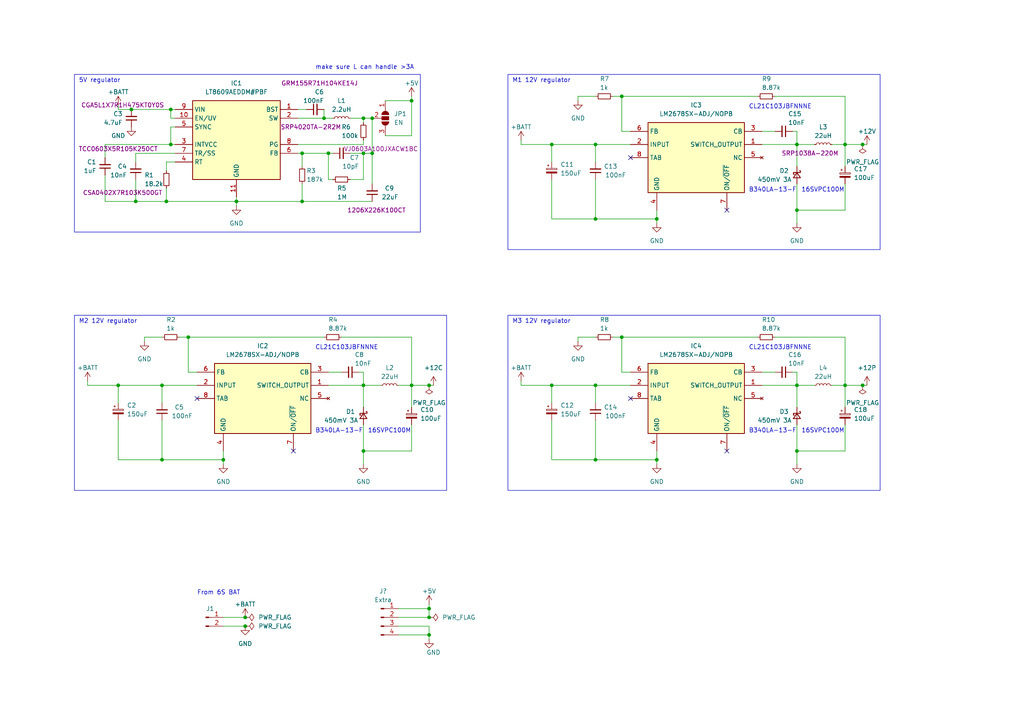
<source format=kicad_sch>
(kicad_sch (version 20230121) (generator eeschema)
  (paper "A4")
  (title_block (title "RBC by UGS") (date "2023-09-06") (rev "2.0"))
  (lib_symbols
    (symbol "Connector:Conn_01x02_Pin" (pin_names (offset 1.016) hide)
      (property "Reference" "J" (at 0 2.54 0))
      (property "Value" "Conn_01x02_Pin" (at 0 -5.08 0))
      (symbol "Conn_01x02_Pin_1_1"
        (polyline (pts (xy 1.27 -2.54) (xy 0.8636 -2.54)) (stroke (width 0.1524)))
        (polyline (pts (xy 1.27 0) (xy 0.8636 0)) (stroke (width 0.1524)))
        (rectangle (start 0.8636 -2.413) (end 0 -2.667) (stroke (width 0.1524)) (fill (type outline)))
        (rectangle (start 0.8636 0.127) (end 0 -0.127) (stroke (width 0.1524)) (fill (type outline)))
        (pin passive line (at 5.08 0 180) (length 3.81) (name "Pin_1") (number "1"))
        (pin passive line (at 5.08 -2.54 180) (length 3.81) (name "Pin_2") (number "2"))
      )
    )
    (symbol "Connector:Conn_01x04_Pin" (pin_names (offset 1.016) hide)
      (property "Reference" "J" (at 0 5.08 0))
      (property "Value" "Conn_01x04_Pin" (at 0 -7.62 0))
      (symbol "Conn_01x04_Pin_1_1"
        (polyline (pts (xy 1.27 -5.08) (xy 0.8636 -5.08)) (stroke (width 0.1524)))
        (polyline (pts (xy 1.27 -2.54) (xy 0.8636 -2.54)) (stroke (width 0.1524)))
        (polyline (pts (xy 1.27 0) (xy 0.8636 0)) (stroke (width 0.1524)))
        (polyline (pts (xy 1.27 2.54) (xy 0.8636 2.54)) (stroke (width 0.1524)))
        (rectangle (start 0.8636 -4.953) (end 0 -5.207) (stroke (width 0.1524)) (fill (type outline)))
        (rectangle (start 0.8636 -2.413) (end 0 -2.667) (stroke (width 0.1524)) (fill (type outline)))
        (rectangle (start 0.8636 0.127) (end 0 -0.127) (stroke (width 0.1524)) (fill (type outline)))
        (rectangle (start 0.8636 2.667) (end 0 2.413) (stroke (width 0.1524)) (fill (type outline)))
        (pin passive line (at 5.08 2.54 180) (length 3.81) (name "Pin_1") (number "1"))
        (pin passive line (at 5.08 0 180) (length 3.81) (name "Pin_2") (number "2"))
        (pin passive line (at 5.08 -2.54 180) (length 3.81) (name "Pin_3") (number "3"))
        (pin passive line (at 5.08 -5.08 180) (length 3.81) (name "Pin_4") (number "4"))
      )
    )
    (symbol "Device:C_Polarized_Small" (pin_numbers hide) (pin_names (offset 0.254) hide)
      (property "Reference" "C" (at 0.254 1.778 0))
      (property "Value" "C_Polarized_Small" (at 0.254 -2.032 0))
      (symbol "C_Polarized_Small_0_1"
        (rectangle (start -1.524 -0.3048) (end 1.524 -0.6858) (fill (type outline)))
        (rectangle (start -1.524 0.6858) (end 1.524 0.3048))
        (polyline (pts (xy -1.27 1.524) (xy -0.762 1.524)))
        (polyline (pts (xy -1.016 1.27) (xy -1.016 1.778)))
      )
      (symbol "C_Polarized_Small_1_1"
        (pin passive line (at 0 2.54 270) (length 1.8542) (name "~") (number "1"))
        (pin passive line (at 0 -2.54 90) (length 1.8542) (name "~") (number "2"))
      )
    )
    (symbol "Device:C_Small" (pin_numbers hide) (pin_names (offset 0.254) hide)
      (property "Reference" "C" (at 0.254 1.778 0))
      (property "Value" "C_Small" (at 0.254 -2.032 0))
      (symbol "C_Small_0_1"
        (polyline (pts (xy -1.524 -0.508) (xy 1.524 -0.508)) (stroke (width 0.3302)))
        (polyline (pts (xy -1.524 0.508) (xy 1.524 0.508)) (stroke (width 0.3048)))
      )
      (symbol "C_Small_1_1"
        (pin passive line (at 0 2.54 270) (length 2.032) (name "~") (number "1"))
        (pin passive line (at 0 -2.54 90) (length 2.032) (name "~") (number "2"))
      )
    )
    (symbol "Device:D_Schottky_Small" (pin_numbers hide) (pin_names (offset 0.254) hide)
      (property "Reference" "D" (at -1.27 2.032 0))
      (property "Value" "D_Schottky_Small" (at -7.112 -2.032 0))
      (symbol "D_Schottky_Small_0_1"
        (polyline (pts (xy -0.762 0) (xy 0.762 0)))
        (polyline (pts (xy 0.762 -1.016) (xy -0.762 0) (xy 0.762 1.016) (xy 0.762 -1.016)) (stroke (width 0.254)))
        (polyline (pts (xy -1.27 0.762) (xy -1.27 1.016) (xy -0.762 1.016) (xy -0.762 -1.016) (xy -0.254 -1.016) (xy -0.254 -0.762)) (stroke (width 0.254)))
      )
      (symbol "D_Schottky_Small_1_1"
        (pin passive line (at -2.54 0 0) (length 1.778) (name "K") (number "1"))
        (pin passive line (at 2.54 0 180) (length 1.778) (name "A") (number "2"))
      )
    )
    (symbol "Device:L_Small" (pin_numbers hide) (pin_names (offset 0.254) hide)
      (property "Reference" "L" (at 0.762 1.016 0))
      (property "Value" "L_Small" (at 0.762 -1.016 0))
      (symbol "L_Small_0_1"
        (arc (start 0 -2.032) (mid 0.5058 -1.524) (end 0 -1.016))
        (arc (start 0 -1.016) (mid 0.5058 -0.508) (end 0 0))
        (arc (start 0 0) (mid 0.5058 0.508) (end 0 1.016))
        (arc (start 0 1.016) (mid 0.5058 1.524) (end 0 2.032))
      )
      (symbol "L_Small_1_1"
        (pin passive line (at 0 2.54 270) (length 0.508) (name "~") (number "1"))
        (pin passive line (at 0 -2.54 90) (length 0.508) (name "~") (number "2"))
      )
    )
    (symbol "Device:R_Small" (pin_numbers hide) (pin_names (offset 0.254) hide)
      (property "Reference" "R" (at 0.762 0.508 0))
      (property "Value" "R_Small" (at 0.762 -1.016 0))
      (symbol "R_Small_0_1"
        (rectangle (start -0.762 1.778) (end 0.762 -1.778) (stroke (width 0.2032)))
      )
      (symbol "R_Small_1_1"
        (pin passive line (at 0 2.54 270) (length 0.762) (name "~") (number "1"))
        (pin passive line (at 0 -2.54 90) (length 0.762) (name "~") (number "2"))
      )
    )
    (symbol "Jumper:SolderJumper_3_Open" (pin_names (offset 0) hide)
      (property "Reference" "JP" (at -2.54 -2.54 0))
      (property "Value" "SolderJumper_3_Open" (at 0 2.794 0))
      (symbol "SolderJumper_3_Open_0_1"
        (arc (start -1.016 1.016) (mid -2.0276 0) (end -1.016 -1.016))
        (arc (start -1.016 1.016) (mid -2.0276 0) (end -1.016 -1.016) (fill (type outline)))
        (rectangle (start -0.508 1.016) (end 0.508 -1.016) (fill (type outline)))
        (polyline (pts (xy -2.54 0) (xy -2.032 0)))
        (polyline (pts (xy -1.016 1.016) (xy -1.016 -1.016)))
        (polyline (pts (xy 0 -1.27) (xy 0 -1.016)))
        (polyline (pts (xy 1.016 1.016) (xy 1.016 -1.016)))
        (polyline (pts (xy 2.54 0) (xy 2.032 0)))
        (arc (start 1.016 -1.016) (mid 2.0276 0) (end 1.016 1.016))
        (arc (start 1.016 -1.016) (mid 2.0276 0) (end 1.016 1.016) (fill (type outline)))
      )
      (symbol "SolderJumper_3_Open_1_1"
        (pin passive line (at -5.08 0 0) (length 2.54) (name "A") (number "1"))
        (pin passive line (at 0 -3.81 90) (length 2.54) (name "C") (number "2"))
        (pin passive line (at 5.08 0 180) (length 2.54) (name "B") (number "3"))
      )
    )
    (symbol "SamacSys_Parts:LM2678SX-5.0_NOPB"
      (property "Reference" "IC5" (at 19.05 7.62 0))
      (property "Value" "LM2678SX-ADJ/NOPB" (at 19.05 5.08 0))
      (symbol "LM2678SX-5.0_NOPB_1_1"
        (rectangle (start 5.08 2.54) (end 33.02 -17.78) (stroke (width 0.254)) (fill (type background)))
        (pin passive line (at 38.1 -3.81 180) (length 5.08) (name "SWITCH_OUTPUT") (number "1"))
        (pin passive line (at 0 -3.81 0) (length 5.08) (name "INPUT") (number "2"))
        (pin passive line (at 38.1 0 180) (length 5.08) (name "CB") (number "3"))
        (pin passive line (at 7.62 -22.86 90) (length 5.08) (name "GND") (number "4"))
        (pin no_connect line (at 38.1 -7.62 180) (length 5.08) (name "NC") (number "5"))
        (pin passive line (at 0 0 0) (length 5.08) (name "FB") (number "6"))
        (pin passive line (at 27.94 -22.86 90) (length 5.08) (name "ON/~{OFF}") (number "7"))
        (pin passive line (at 0 -7.62 0) (length 5.08) (name "TAB") (number "8"))
      )
    )
    (symbol "SamacSys_Parts:LT8609AEDDM#PBF"
      (property "Reference" "IC7" (at 17.78 7.62 0))
      (property "Value" "LT8609AEDDM#PBF" (at 17.78 5.08 0))
      (symbol "LT8609AEDDM#PBF_1_1"
        (rectangle (start 5.08 2.54) (end 30.48 -20.32) (stroke (width 0.254)) (fill (type background)))
        (pin passive line (at 35.56 0 180) (length 5.08) (name "BST") (number "1"))
        (pin passive line (at 0 -2.54 0) (length 5.08) (name "EN/UV") (number "10"))
        (pin passive line (at 17.78 -25.4 90) (length 5.08) (name "GND") (number "11"))
        (pin passive line (at 35.56 -2.54 180) (length 5.08) (name "SW") (number "2"))
        (pin passive line (at 0 -10.16 0) (length 5.08) (name "INTVCC") (number "3"))
        (pin passive line (at 0 -15.24 0) (length 5.08) (name "RT") (number "4"))
        (pin passive line (at 0 -5.08 0) (length 5.08) (name "SYNC") (number "5"))
        (pin passive line (at 35.56 -12.7 180) (length 5.08) (name "FB") (number "6"))
        (pin passive line (at 0 -12.7 0) (length 5.08) (name "TR/SS") (number "7"))
        (pin passive line (at 35.56 -10.16 180) (length 5.08) (name "PG") (number "8"))
        (pin passive line (at 0 0 0) (length 5.08) (name "VIN") (number "9"))
      )
    )
    (symbol "power:+12C" (power) (pin_names (offset 0))
      (property "Value" "+12C" (at 0 3.81 0))
      (symbol "+12C_0_1"
        (polyline (pts (xy -0.762 1.27) (xy 0 2.54)))
        (polyline (pts (xy 0 0) (xy 0 2.54)))
        (polyline (pts (xy 0 2.54) (xy 0.762 1.27)))
      )
      (symbol "+12C_1_1"
        (pin power_in line (at 0 0 90) (length 0) hide (name "+12C") (number "1"))
      )
    )
    (symbol "power:+12P" (power) (pin_names (offset 0))
      (property "Value" "+12P" (at 0 3.556 0))
      (symbol "+12P_0_1"
        (polyline (pts (xy -0.762 1.27) (xy 0 2.54)))
        (polyline (pts (xy 0 0) (xy 0 2.54)))
        (polyline (pts (xy 0 2.54) (xy 0.762 1.27)))
      )
      (symbol "+12P_1_1"
        (pin power_in line (at 0 0 90) (length 0) hide (name "+12P") (number "1"))
      )
    )
    (symbol "power:+12V" (power) (pin_names (offset 0))
      (property "Value" "+12V" (at 0 3.556 0))
      (symbol "+12V_0_1"
        (polyline (pts (xy -0.762 1.27) (xy 0 2.54)))
        (polyline (pts (xy 0 0) (xy 0 2.54)))
        (polyline (pts (xy 0 2.54) (xy 0.762 1.27)))
      )
      (symbol "+12V_1_1"
        (pin power_in line (at 0 0 90) (length 0) hide (name "+12V") (number "1"))
      )
    )
    (symbol "power:+5V" (power) (pin_names (offset 0))
      (property "Value" "+5V" (at 0 3.556 0))
      (symbol "+5V_0_1"
        (polyline (pts (xy -0.762 1.27) (xy 0 2.54)))
        (polyline (pts (xy 0 0) (xy 0 2.54)))
        (polyline (pts (xy 0 2.54) (xy 0.762 1.27)))
      )
      (symbol "+5V_1_1"
        (pin power_in line (at 0 0 90) (length 0) hide (name "+5V") (number "1"))
      )
    )
    (symbol "power:+BATT" (power) (pin_names (offset 0))
      (property "Value" "+BATT" (at 0 3.556 0))
      (symbol "+BATT_0_1"
        (polyline (pts (xy -0.762 1.27) (xy 0 2.54)))
        (polyline (pts (xy 0 0) (xy 0 2.54)))
        (polyline (pts (xy 0 2.54) (xy 0.762 1.27)))
      )
      (symbol "+BATT_1_1"
        (pin power_in line (at 0 0 90) (length 0) hide (name "+BATT") (number "1"))
      )
    )
    (symbol "power:GND" (power) (pin_names (offset 0))
      (property "Value" "GND" (at 0 -3.81 0))
      (symbol "GND_0_1"
        (polyline (pts (xy 0 0) (xy 0 -1.27) (xy 1.27 -1.27) (xy 0 -2.54) (xy -1.27 -1.27) (xy 0 -1.27)))
      )
      (symbol "GND_1_1"
        (pin power_in line (at 0 0 270) (length 0) hide (name "GND") (number "1"))
      )
    )
    (symbol "power:PWR_FLAG" (power) (pin_numbers hide) (pin_names (offset 0) hide)
      (property "Value" "PWR_FLAG" (at 0 3.81 0))
      (symbol "PWR_FLAG_0_0"
        (pin power_out line (at 0 0 90) (length 0) (name "pwr") (number "1"))
      )
      (symbol "PWR_FLAG_0_1"
        (polyline (pts (xy 0 0) (xy 0 1.27) (xy -1.016 1.905) (xy 0 2.54) (xy 1.016 1.905) (xy 0 1.27)))
      )
    )
  )
  (junction (at 231.14 60.96))
  (junction (at 105.41 34.29))
  (junction (at 46.99 133.35))
  (junction (at 49.53 31.75))
  (junction (at 160.02 41.91))
  (junction (at 124.46 179.07))
  (junction (at 87.63 58.42))
  (junction (at 107.95 34.29))
  (junction (at 95.25 44.45))
  (junction (at 46.99 111.76))
  (junction (at 190.5 63.5))
  (junction (at 250.19 41.91))
  (junction (at 105.41 44.45))
  (junction (at 124.46 176.53))
  (junction (at 231.14 111.76))
  (junction (at 231.14 41.91))
  (junction (at 105.41 111.76))
  (junction (at 119.38 29.21))
  (junction (at 68.58 58.42))
  (junction (at 87.63 44.45))
  (junction (at 38.1 31.75))
  (junction (at 34.29 111.76))
  (junction (at 172.72 63.5))
  (junction (at 119.38 111.76))
  (junction (at 64.77 133.35))
  (junction (at 172.72 41.91))
  (junction (at 172.72 133.35))
  (junction (at 48.26 58.42))
  (junction (at 180.34 97.79))
  (junction (at 71.12 181.61))
  (junction (at 124.46 184.15))
  (junction (at 231.14 130.81))
  (junction (at 39.37 58.42))
  (junction (at 250.19 111.76))
  (junction (at 93.98 34.29))
  (junction (at 49.53 41.91))
  (junction (at 180.34 27.94))
  (junction (at 71.12 179.07))
  (junction (at 190.5 133.35))
  (junction (at 245.11 41.91))
  (junction (at 107.95 44.45))
  (junction (at 54.61 97.79))
  (junction (at 124.46 111.76))
  (junction (at 160.02 111.76))
  (junction (at 245.11 111.76))
  (junction (at 105.41 130.81))
  (junction (at 172.72 111.76))
  (no_connect (at 210.82 130.81))
  (no_connect (at 57.15 115.57))
  (no_connect (at 85.09 130.81))
  (no_connect (at 182.88 45.72))
  (no_connect (at 210.82 60.96))
  (no_connect (at 182.88 115.57))
  (wire (pts (xy 105.41 111.76) (xy 110.49 111.76)))
  (wire (pts (xy 172.72 41.91) (xy 172.72 46.99)))
  (wire (pts (xy 87.63 48.26) (xy 87.63 44.45)))
  (wire (pts (xy 115.57 179.07) (xy 124.46 179.07)))
  (wire (pts (xy 95.25 44.45) (xy 96.52 44.45)))
  (wire (pts (xy 68.58 58.42) (xy 68.58 57.15)))
  (wire (pts (xy 41.91 97.79) (xy 41.91 99.06)))
  (wire (pts (xy 245.11 27.94) (xy 245.11 41.91)))
  (wire (pts (xy 95.25 44.45) (xy 95.25 52.07)))
  (wire (pts (xy 105.41 44.45) (xy 105.41 52.07)))
  (wire (pts (xy 105.41 34.29) (xy 107.95 34.29)))
  (wire (pts (xy 124.46 179.07) (xy 124.46 176.53)))
  (wire (pts (xy 231.14 38.1) (xy 231.14 41.91)))
  (wire (pts (xy 241.3 41.91) (xy 245.11 41.91)))
  (wire (pts (xy 115.57 111.76) (xy 119.38 111.76)))
  (wire (pts (xy 95.25 107.95) (xy 99.06 107.95)))
  (wire (pts (xy 167.64 97.79) (xy 167.64 99.06)))
  (wire (pts (xy 119.38 123.19) (xy 119.38 130.81)))
  (wire (pts (xy 231.14 130.81) (xy 231.14 134.62)))
  (wire (pts (xy 105.41 111.76) (xy 105.41 118.11)))
  (wire (pts (xy 105.41 44.45) (xy 107.95 44.45)))
  (wire (pts (xy 34.29 133.35) (xy 46.99 133.35)))
  (wire (pts (xy 30.48 50.8) (xy 30.48 58.42)))
  (wire (pts (xy 245.11 41.91) (xy 245.11 48.26)))
  (wire (pts (xy 104.14 107.95) (xy 105.41 107.95)))
  (wire (pts (xy 87.63 53.34) (xy 87.63 58.42)))
  (wire (pts (xy 180.34 27.94) (xy 219.71 27.94)))
  (wire (pts (xy 105.41 52.07) (xy 101.6 52.07)))
  (wire (pts (xy 160.02 133.35) (xy 172.72 133.35)))
  (wire (pts (xy 64.77 130.81) (xy 64.77 133.35)))
  (wire (pts (xy 34.29 31.75) (xy 38.1 31.75)))
  (wire (pts (xy 54.61 107.95) (xy 54.61 97.79)))
  (wire (pts (xy 177.8 27.94) (xy 180.34 27.94)))
  (wire (pts (xy 231.14 107.95) (xy 231.14 111.76)))
  (wire (pts (xy 25.4 111.76) (xy 25.4 110.49)))
  (wire (pts (xy 245.11 53.34) (xy 245.11 60.96)))
  (wire (pts (xy 99.06 97.79) (xy 119.38 97.79)))
  (wire (pts (xy 57.15 111.76) (xy 46.99 111.76)))
  (wire (pts (xy 86.36 31.75) (xy 88.9 31.75)))
  (wire (pts (xy 30.48 58.42) (xy 39.37 58.42)))
  (wire (pts (xy 180.34 97.79) (xy 219.71 97.79)))
  (wire (pts (xy 151.13 111.76) (xy 151.13 110.49)))
  (wire (pts (xy 105.41 130.81) (xy 119.38 130.81)))
  (wire (pts (xy 48.26 54.61) (xy 48.26 58.42)))
  (wire (pts (xy 34.29 121.92) (xy 34.29 133.35)))
  (wire (pts (xy 160.02 63.5) (xy 172.72 63.5)))
  (wire (pts (xy 124.46 111.76) (xy 125.73 111.76)))
  (wire (pts (xy 119.38 97.79) (xy 119.38 111.76)))
  (wire (pts (xy 182.88 111.76) (xy 172.72 111.76)))
  (wire (pts (xy 245.11 97.79) (xy 245.11 111.76)))
  (wire (pts (xy 172.72 133.35) (xy 190.5 133.35)))
  (wire (pts (xy 34.29 111.76) (xy 25.4 111.76)))
  (wire (pts (xy 30.48 41.91) (xy 49.53 41.91)))
  (wire (pts (xy 111.76 29.21) (xy 119.38 29.21)))
  (wire (pts (xy 229.87 107.95) (xy 231.14 107.95)))
  (wire (pts (xy 172.72 111.76) (xy 160.02 111.76)))
  (wire (pts (xy 172.72 41.91) (xy 160.02 41.91)))
  (wire (pts (xy 182.88 41.91) (xy 172.72 41.91)))
  (wire (pts (xy 101.6 34.29) (xy 105.41 34.29)))
  (wire (pts (xy 105.41 130.81) (xy 105.41 134.62)))
  (wire (pts (xy 30.48 41.91) (xy 30.48 45.72)))
  (wire (pts (xy 101.6 44.45) (xy 105.41 44.45)))
  (wire (pts (xy 151.13 41.91) (xy 151.13 40.64)))
  (wire (pts (xy 105.41 41.91) (xy 105.41 40.64)))
  (wire (pts (xy 49.53 34.29) (xy 49.53 31.75)))
  (wire (pts (xy 87.63 58.42) (xy 107.95 58.42)))
  (wire (pts (xy 241.3 111.76) (xy 245.11 111.76)))
  (wire (pts (xy 107.95 34.29) (xy 107.95 44.45)))
  (wire (pts (xy 68.58 59.69) (xy 68.58 58.42)))
  (wire (pts (xy 93.98 31.75) (xy 93.98 34.29)))
  (wire (pts (xy 48.26 46.99) (xy 48.26 49.53)))
  (wire (pts (xy 231.14 111.76) (xy 236.22 111.76)))
  (wire (pts (xy 172.72 111.76) (xy 172.72 116.84)))
  (wire (pts (xy 34.29 30.48) (xy 34.29 31.75)))
  (wire (pts (xy 124.46 184.15) (xy 124.46 185.42)))
  (wire (pts (xy 182.88 107.95) (xy 180.34 107.95)))
  (wire (pts (xy 46.99 111.76) (xy 46.99 116.84)))
  (wire (pts (xy 250.19 41.91) (xy 251.46 41.91)))
  (wire (pts (xy 64.77 181.61) (xy 71.12 181.61)))
  (wire (pts (xy 39.37 52.07) (xy 39.37 58.42)))
  (wire (pts (xy 115.57 184.15) (xy 124.46 184.15)))
  (wire (pts (xy 115.57 181.61) (xy 124.46 181.61)))
  (wire (pts (xy 54.61 97.79) (xy 93.98 97.79)))
  (wire (pts (xy 220.98 38.1) (xy 224.79 38.1)))
  (wire (pts (xy 52.07 97.79) (xy 54.61 97.79)))
  (wire (pts (xy 231.14 41.91) (xy 236.22 41.91)))
  (wire (pts (xy 160.02 41.91) (xy 151.13 41.91)))
  (wire (pts (xy 160.02 52.07) (xy 160.02 63.5)))
  (wire (pts (xy 190.5 133.35) (xy 190.5 134.62)))
  (wire (pts (xy 124.46 181.61) (xy 124.46 184.15)))
  (wire (pts (xy 172.72 52.07) (xy 172.72 63.5)))
  (wire (pts (xy 119.38 39.37) (xy 119.38 29.21)))
  (wire (pts (xy 180.34 107.95) (xy 180.34 97.79)))
  (wire (pts (xy 167.64 27.94) (xy 167.64 29.21)))
  (wire (pts (xy 172.72 121.92) (xy 172.72 133.35)))
  (wire (pts (xy 105.41 34.29) (xy 105.41 35.56)))
  (wire (pts (xy 96.52 52.07) (xy 95.25 52.07)))
  (wire (pts (xy 86.36 34.29) (xy 93.98 34.29)))
  (wire (pts (xy 160.02 111.76) (xy 160.02 116.84)))
  (wire (pts (xy 39.37 44.45) (xy 50.8 44.45)))
  (wire (pts (xy 160.02 121.92) (xy 160.02 133.35)))
  (wire (pts (xy 119.38 111.76) (xy 119.38 118.11)))
  (wire (pts (xy 105.41 123.19) (xy 105.41 130.81)))
  (wire (pts (xy 124.46 175.26) (xy 124.46 176.53)))
  (wire (pts (xy 57.15 107.95) (xy 54.61 107.95)))
  (wire (pts (xy 86.36 41.91) (xy 105.41 41.91)))
  (wire (pts (xy 231.14 53.34) (xy 231.14 60.96)))
  (wire (pts (xy 190.5 63.5) (xy 190.5 64.77)))
  (wire (pts (xy 231.14 111.76) (xy 231.14 118.11)))
  (wire (pts (xy 50.8 34.29) (xy 49.53 34.29)))
  (wire (pts (xy 46.99 97.79) (xy 41.91 97.79)))
  (wire (pts (xy 107.95 44.45) (xy 107.95 53.34)))
  (wire (pts (xy 231.14 123.19) (xy 231.14 130.81)))
  (wire (pts (xy 64.77 133.35) (xy 64.77 134.62)))
  (wire (pts (xy 245.11 111.76) (xy 245.11 118.11)))
  (wire (pts (xy 39.37 46.99) (xy 39.37 44.45)))
  (wire (pts (xy 50.8 46.99) (xy 48.26 46.99)))
  (wire (pts (xy 250.19 111.76) (xy 251.46 111.76)))
  (wire (pts (xy 245.11 123.19) (xy 245.11 130.81)))
  (wire (pts (xy 231.14 60.96) (xy 245.11 60.96)))
  (wire (pts (xy 115.57 176.53) (xy 124.46 176.53)))
  (wire (pts (xy 220.98 41.91) (xy 231.14 41.91)))
  (wire (pts (xy 34.29 111.76) (xy 34.29 116.84)))
  (wire (pts (xy 190.5 130.81) (xy 190.5 133.35)))
  (wire (pts (xy 119.38 29.21) (xy 119.38 27.94)))
  (wire (pts (xy 46.99 121.92) (xy 46.99 133.35)))
  (wire (pts (xy 190.5 60.96) (xy 190.5 63.5)))
  (wire (pts (xy 177.8 97.79) (xy 180.34 97.79)))
  (wire (pts (xy 231.14 130.81) (xy 245.11 130.81)))
  (wire (pts (xy 224.79 27.94) (xy 245.11 27.94)))
  (wire (pts (xy 46.99 133.35) (xy 64.77 133.35)))
  (wire (pts (xy 119.38 111.76) (xy 124.46 111.76)))
  (wire (pts (xy 180.34 38.1) (xy 180.34 27.94)))
  (wire (pts (xy 245.11 41.91) (xy 250.19 41.91)))
  (wire (pts (xy 50.8 41.91) (xy 49.53 41.91)))
  (wire (pts (xy 111.76 39.37) (xy 119.38 39.37)))
  (wire (pts (xy 46.99 111.76) (xy 34.29 111.76)))
  (wire (pts (xy 245.11 111.76) (xy 250.19 111.76)))
  (wire (pts (xy 172.72 27.94) (xy 167.64 27.94)))
  (wire (pts (xy 220.98 107.95) (xy 224.79 107.95)))
  (wire (pts (xy 49.53 36.83) (xy 49.53 41.91)))
  (wire (pts (xy 105.41 107.95) (xy 105.41 111.76)))
  (wire (pts (xy 49.53 31.75) (xy 50.8 31.75)))
  (wire (pts (xy 48.26 58.42) (xy 68.58 58.42)))
  (wire (pts (xy 39.37 58.42) (xy 48.26 58.42)))
  (wire (pts (xy 38.1 31.75) (xy 49.53 31.75)))
  (wire (pts (xy 220.98 111.76) (xy 231.14 111.76)))
  (wire (pts (xy 87.63 44.45) (xy 95.25 44.45)))
  (wire (pts (xy 231.14 41.91) (xy 231.14 48.26)))
  (wire (pts (xy 86.36 44.45) (xy 87.63 44.45)))
  (wire (pts (xy 95.25 111.76) (xy 105.41 111.76)))
  (wire (pts (xy 87.63 58.42) (xy 68.58 58.42)))
  (wire (pts (xy 229.87 38.1) (xy 231.14 38.1)))
  (wire (pts (xy 93.98 34.29) (xy 96.52 34.29)))
  (wire (pts (xy 160.02 41.91) (xy 160.02 46.99)))
  (wire (pts (xy 224.79 97.79) (xy 245.11 97.79)))
  (wire (pts (xy 172.72 97.79) (xy 167.64 97.79)))
  (wire (pts (xy 160.02 111.76) (xy 151.13 111.76)))
  (wire (pts (xy 231.14 60.96) (xy 231.14 64.77)))
  (wire (pts (xy 182.88 38.1) (xy 180.34 38.1)))
  (wire (pts (xy 64.77 179.07) (xy 71.12 179.07)))
  (wire (pts (xy 50.8 36.83) (xy 49.53 36.83)))
  (wire (pts (xy 172.72 63.5) (xy 190.5 63.5)))
  (rectangle (start 147.32 21.59) (end 255.27 72.39))
  (rectangle (start 21.59 21.59) (end 121.92 67.31))
  (rectangle (start 21.59 91.44) (end 129.54 142.24))
  (rectangle (start 147.32 91.44) (end 255.27 142.24))
  (text "CL21C103JBFNNNE" (at 91.44 101.6 0) (effects (font (size 1.27 1.27)) (justify left bottom)))
  (text "16SVPC100M" (at 106.68 125.73 0) (effects (font (size 1.27 1.27)) (justify left bottom)))
  (text "B340LA-13-F" (at 217.17 125.73 0) (effects (font (size 1.27 1.27)) (justify left bottom)))
  (text "make sure L can handle >3A" (at 91.44 20.32 0) (effects (font (size 1.27 1.27)) (justify left bottom)))
  (text "16SVPC100M" (at 232.41 125.73 0) (effects (font (size 1.27 1.27)) (justify left bottom)))
  (text "B340LA-13-F" (at 91.44 125.73 0) (effects (font (size 1.27 1.27)) (justify left bottom)))
  (text "From 6S BAT" (at 57.15 172.72 0) (effects (font (size 1.27 1.27)) (justify left bottom)))
  (text "M2 12V regulator" (at 22.86 93.98 0) (effects (font (size 1.27 1.27)) (justify left bottom)))
  (text "5V regulator" (at 22.86 24.13 0) (effects (font (size 1.27 1.27)) (justify left bottom)))
  (text "M3 12V regulator" (at 148.59 93.98 0) (effects (font (size 1.27 1.27)) (justify left bottom)))
  (text "CL21C103JBFNNNE" (at 217.17 101.6 0) (effects (font (size 1.27 1.27)) (justify left bottom)))
  (text "B340LA-13-F" (at 217.17 55.88 0) (effects (font (size 1.27 1.27)) (justify left bottom)))
  (text "M1 12V regulator" (at 148.59 24.13 0) (effects (font (size 1.27 1.27)) (justify left bottom)))
  (text "CL21C103JBFNNNE" (at 217.17 31.75 0) (effects (font (size 1.27 1.27)) (justify left bottom)))
  (text "16SVPC100M" (at 232.41 55.88 0) (effects (font (size 1.27 1.27)) (justify left bottom)))
  (symbol (lib_id "power:+BATT") (at 151.13 40.64 0) (unit 1)
    (property "Reference" "#PWR014" (effects hide))
    (property "Value" "+BATT" (at 151.13 36.83 0))
  )
  (symbol (lib_id "power:+12P") (at 251.46 111.76 0) (unit 1)
    (property "Reference" "#PWR023" (effects hide))
    (property "Value" "+12P" (at 251.46 106.68 0))
  )
  (symbol (lib_id "power:GND") (at 38.1 36.83 0) (unit 1)
    (property "Reference" "#PWR03" (effects hide))
    (property "Value" "GND" (at 34.29 39.37 0))
  )
  (symbol (lib_id "power:GND") (at 124.46 185.42 0) (unit 1)
    (property "Reference" "#PWR?" (effects hide))
    (property "Value" "GND" (at 125.73 189.23 0))
    (instances (project "rbc_circuits" (path "" (reference "#PWR?") (unit 1)) (path "" (reference "#PWR?") (unit 1)) (path "" (reference "#PWR?") (unit 1)) (path "" (reference "#PWR012") (unit 1))))
  )
  (symbol (lib_id "power:GND") (at 68.58 59.69 0) (unit 1)
    (property "Reference" "#PWR06" (effects hide))
    (property "Value" "GND" (at 68.58 64.77 0))
  )
  (symbol (lib_id "SamacSys_Parts:LM2678SX-5.0_NOPB") (at 182.88 107.95 0) (unit 1)
    (property "Reference" "IC4" (at 201.93 100.33 0))
    (property "Value" "LM2678SX-ADJ/NOPB" (at 201.93 102.87 0))
    (property "Footprint" "SamacSys_Parts:KTW0007B" (effects hide))
    (property "Datasheet" "http://www.ti.com/lit/gpn/lm2678" (effects hide))
    (property "Mouser Part Number" "926-LM2678SX50NOPB" (effects hide))
    (property "Mouser Price/Stock" "https://www.mouser.co.uk/ProductDetail/Texas-Instruments/LM2678SX-5.0-NOPB?qs=X1J7HmVL2ZFBSPLuv4Jf1g%3D%3D" (effects hide))
    (property "Manufacturer_Name" "Texas Instruments" (effects hide))
    (property "Manufacturer_Part_Number" "LM2678SX-5.0/NOPB" (effects hide))
  )
  (symbol (lib_id "Device:R_Small") (at 49.53 97.79 270) (unit 1)
    (property "Reference" "R2" (at 48.26 92.71 90) (effects (justify left)))
    (property "Value" "1k" (at 48.26 95.25 90) (effects (justify left)))
    (property "Footprint" "Resistor_SMD:R_0201_0603Metric" (effects hide))
    (property "Part No." "RC0201FR-071KL" (effects hide))
  )
  (symbol (lib_id "Device:R_Small") (at 48.26 52.07 0) (unit 1)
    (property "Reference" "R1" (at 41.91 50.8 0) (effects (justify left)))
    (property "Value" "18.2k" (at 41.91 53.34 0) (effects (justify left)))
    (property "Footprint" "Resistor_SMD:R_0603_1608Metric_Pad0.98x0.95mm_HandSolder" (effects hide))
    (property "Part No." "CRCW060318K2FKEA" (effects hide))
  )
  (symbol (lib_id "Device:C_Small") (at 107.95 55.88 180) (unit 1)
    (property "Reference" "C9" (at 114.3 54.61 0) (effects (justify left)))
    (property "Value" "22uF" (at 115.57 57.15 0) (effects (justify left)))
    (property "Footprint" "Capacitor_SMD:C_1206_3216Metric" (effects hide))
    (property "Part No." "1206X226K100CT" (at 109.22 60.96 0))
  )
  (symbol (lib_id "Device:C_Small") (at 172.72 119.38 180) (unit 1)
    (property "Reference" "C14" (at 179.07 118.11 0) (effects (justify left)))
    (property "Value" "100nF" (at 181.61 120.65 0) (effects (justify left)))
    (property "Footprint" "Capacitor_SMD:C_0402_1005Metric" (effects hide))
  )
  (symbol (lib_id "power:+BATT") (at 34.29 30.48 0) (unit 1)
    (property "Reference" "#PWR02" (effects hide))
    (property "Value" "+BATT" (at 34.29 26.67 0))
  )
  (symbol (lib_id "power:GND") (at 71.12 181.61 0) (unit 1)
    (property "Reference" "#PWR08" (effects hide))
    (property "Value" "GND" (at 71.12 186.69 0))
  )
  (symbol (lib_id "Device:L_Small") (at 238.76 41.91 90) (unit 1)
    (property "Reference" "L3" (at 238.76 36.83 90))
    (property "Value" "22uH" (at 238.76 39.37 90))
    (property "Footprint" "SamacSys_Parts:INDPM110100X400N" (effects hide))
    (property "Part No." "SRP1038A-220M" (at 234.95 44.45 90))
  )
  (symbol (lib_id "power:+5V") (at 119.38 27.94 0) (unit 1)
    (property "Reference" "#PWR010" (effects hide))
    (property "Value" "+5V" (at 119.38 24.13 0))
  )
  (symbol (lib_id "power:+12C") (at 125.73 111.76 0) (unit 1)
    (property "Reference" "#PWR013" (effects hide))
    (property "Value" "+12C" (at 125.73 106.68 0))
  )
  (symbol (lib_id "Device:R_Small") (at 96.52 97.79 270) (unit 1)
    (property "Reference" "R4" (at 95.25 92.71 90) (effects (justify left)))
    (property "Value" "8.87k" (at 95.25 95.25 90) (effects (justify left)))
    (property "Footprint" "Resistor_SMD:R_0603_1608Metric" (effects hide))
    (property "Part No." "RT0603BRE078K87L" (effects hide))
  )
  (symbol (lib_id "power:+5V") (at 124.46 175.26 0) (unit 1)
    (property "Reference" "#PWR011" (effects hide))
    (property "Value" "+5V" (at 124.46 171.45 0))
    (instances (project "rbc_circuits" (path "" (reference "#PWR011") (unit 1)) (path "" (reference "#PWR?") (unit 1))))
  )
  (symbol (lib_id "power:PWR_FLAG") (at 124.46 179.07 270) (unit 1)
    (property "Reference" "#FLG04" (effects hide))
    (property "Value" "PWR_FLAG" (at 128.27 179.07 90) (effects (justify left)))
  )
  (symbol (lib_id "Device:C_Small") (at 101.6 107.95 270) (unit 1)
    (property "Reference" "C8" (at 102.87 102.87 90) (effects (justify left)))
    (property "Value" "10nF" (at 102.87 105.41 90) (effects (justify left)))
    (property "Footprint" "Capacitor_SMD:C_0805_2012Metric" (effects hide))
  )
  (symbol (lib_id "Device:R_Small") (at 175.26 97.79 270) (unit 1)
    (property "Reference" "R8" (at 173.99 92.71 90) (effects (justify left)))
    (property "Value" "1k" (at 173.99 95.25 90) (effects (justify left)))
    (property "Footprint" "Resistor_SMD:R_0201_0603Metric" (effects hide))
  )
  (symbol (lib_id "power:GND") (at 190.5 134.62 0) (unit 1)
    (property "Reference" "#PWR019" (effects hide))
    (property "Value" "GND" (at 190.5 139.7 0))
  )
  (symbol (lib_id "power:PWR_FLAG") (at 124.46 111.76 180) (unit 1)
    (property "Reference" "#FLG03" (effects hide))
    (property "Value" "PWR_FLAG" (at 124.46 116.84 0))
  )
  (symbol (lib_id "Device:C_Small") (at 227.33 38.1 270) (unit 1)
    (property "Reference" "C15" (at 228.6 33.02 90) (effects (justify left)))
    (property "Value" "10nF" (at 228.6 35.56 90) (effects (justify left)))
    (property "Footprint" "Capacitor_SMD:C_0805_2012Metric" (effects hide))
  )
  (symbol (lib_id "Device:C_Small") (at 91.44 31.75 90) (unit 1)
    (property "Reference" "C6" (at 93.98 26.67 90) (effects (justify left)))
    (property "Value" "100nF" (at 93.98 29.21 90) (effects (justify left)))
    (property "Footprint" "Capacitor_SMD:C_0402_1005Metric" (effects hide))
    (property "Part No." "GRM155R71H104KE14J" (at 92.71 24.13 90))
  )
  (symbol (lib_id "Device:R_Small") (at 105.41 38.1 0) (unit 1)
    (property "Reference" "R6" (at 99.06 36.83 0) (effects (justify left)))
    (property "Value" "100k" (at 99.06 39.37 0) (effects (justify left)))
    (property "Footprint" "Resistor_SMD:R_0201_0603Metric" (effects hide))
  )
  (symbol (lib_id "Jumper:SolderJumper_3_Open") (at 111.76 34.29 270) (unit 1)
    (property "Reference" "JP1" (at 114.3 33.02 90) (effects (justify left)))
    (property "Value" "EN" (at 114.3 35.56 90) (effects (justify left)))
    (property "Footprint" "Jumper:SolderJumper-3_P2.0mm_Open_TrianglePad1.0x1.5mm" (effects hide))
  )
  (symbol (lib_id "power:GND") (at 231.14 134.62 0) (unit 1)
    (property "Reference" "#PWR021" (effects hide))
    (property "Value" "GND" (at 231.14 139.7 0))
  )
  (symbol (lib_id "Device:C_Polarized_Small") (at 34.29 119.38 0) (unit 1)
    (property "Reference" "C2" (at 36.83 117.5639 0) (effects (justify left)))
    (property "Value" "150uF" (at 36.83 120.1039 0) (effects (justify left)))
    (property "Footprint" "SamacSys_Parts:EEHZT1E331UP" (effects hide))
  )
  (symbol (lib_id "Connector:Conn_01x02_Pin") (at 59.69 179.07 0) (unit 1)
    (property "Reference" "J1" (at 60.96 176.53 0))
    (property "Value" "Conn_01x02_Pin" (effects hide))
    (property "Footprint" "TerminalBlock_Phoenix:TerminalBlock_Phoenix_MKDS-3-2-5.08_1x02_P5.08mm_Horizontal" (effects hide))
  )
  (symbol (lib_id "Device:C_Polarized_Small") (at 245.11 50.8 0) (unit 1)
    (property "Reference" "C17" (at 247.65 48.9839 0) (effects (justify left)))
    (property "Value" "100uF" (at 247.65 51.5239 0) (effects (justify left)))
    (property "Footprint" "SamacSys_Parts:16SVF180M" (effects hide))
  )
  (symbol (lib_id "Device:C_Polarized_Small") (at 245.11 120.65 0) (unit 1)
    (property "Reference" "C18" (at 247.65 118.8339 0) (effects (justify left)))
    (property "Value" "100uF" (at 247.65 121.3739 0) (effects (justify left)))
    (property "Footprint" "SamacSys_Parts:16SVF180M" (effects hide))
  )
  (symbol (lib_id "Connector:Conn_01x04_Pin") (at 110.49 179.07 0) (unit 1)
    (property "Reference" "J?" (at 111.125 171.45 0))
    (property "Value" "Extra" (at 111.125 173.99 0))
    (property "Footprint" "Connector_PinHeader_2.54mm:PinHeader_2x02_P2.54mm_Vertical" (effects hide))
    (instances (project "rbc_circuits" (path "" (reference "J?") (unit 1)) (path "" (reference "J2") (unit 1))))
  )
  (symbol (lib_id "Device:L_Small") (at 113.03 111.76 90) (unit 1)
    (property "Reference" "L2" (at 113.03 106.68 90))
    (property "Value" "22uH" (at 113.03 109.22 90))
    (property "Footprint" "SamacSys_Parts:INDPM110100X400N" (effects hide))
  )
  (symbol (lib_id "Device:R_Small") (at 222.25 97.79 270) (unit 1)
    (property "Reference" "R10" (at 220.98 92.71 90) (effects (justify left)))
    (property "Value" "8.87k" (at 220.98 95.25 90) (effects (justify left)))
    (property "Footprint" "Resistor_SMD:R_0603_1608Metric" (effects hide))
  )
  (symbol (lib_id "power:+BATT") (at 25.4 110.49 0) (unit 1)
    (property "Reference" "#PWR01" (effects hide))
    (property "Value" "+BATT" (at 25.4 106.68 0))
  )
  (symbol (lib_id "Device:D_Schottky_Small") (at 105.41 120.65 270) (unit 1)
    (property "Reference" "D1" (at 100.33 119.38 90) (effects (justify left)))
    (property "Value" "450mV 3A" (at 93.98 121.92 90) (effects (justify left)))
    (property "Footprint" "Diode_SMD:D_SMA" (effects hide))
  )
  (symbol (lib_id "Device:C_Small") (at 30.48 48.26 180) (unit 1)
    (property "Reference" "C1" (at 27.94 46.99 0) (effects (justify left)))
    (property "Value" "1uF" (at 27.94 49.53 0) (effects (justify left)))
    (property "Footprint" "Capacitor_SMD:C_0603_1608Metric" (effects hide))
    (property "Part No." "TCC0603X5R105K250CT" (at 34.29 43.18 0))
  )
  (symbol (lib_id "power:GND") (at 167.64 99.06 0) (unit 1)
    (property "Reference" "#PWR017" (effects hide))
    (property "Value" "GND" (at 167.64 104.14 0))
  )
  (symbol (lib_id "Device:C_Small") (at 172.72 49.53 180) (unit 1)
    (property "Reference" "C13" (at 179.07 48.26 0) (effects (justify left)))
    (property "Value" "100nF" (at 181.61 50.8 0) (effects (justify left)))
    (property "Footprint" "Capacitor_SMD:C_0402_1005Metric" (effects hide))
  )
  (symbol (lib_id "power:PWR_FLAG") (at 250.19 41.91 180) (unit 1)
    (property "Reference" "#FLG05" (effects hide))
    (property "Value" "PWR_FLAG" (at 250.19 46.99 0))
  )
  (symbol (lib_id "Device:L_Small") (at 99.06 34.29 90) (unit 1)
    (property "Reference" "L1" (at 99.06 29.21 90))
    (property "Value" "2.2uH" (at 99.06 31.75 90))
    (property "Footprint" "SamacSys_Parts:INDC4441X200N" (effects hide))
    (property "Part No." "SRP4020TA-2R2M" (at 90.17 36.83 90))
  )
  (symbol (lib_id "power:GND") (at 64.77 134.62 0) (unit 1)
    (property "Reference" "#PWR05" (effects hide))
    (property "Value" "GND" (at 64.77 139.7 0))
  )
  (symbol (lib_id "power:+BATT") (at 71.12 179.07 0) (unit 1)
    (property "Reference" "#PWR07" (effects hide))
    (property "Value" "+BATT" (at 71.12 175.26 0))
  )
  (symbol (lib_id "SamacSys_Parts:LM2678SX-5.0_NOPB") (at 57.15 107.95 0) (unit 1)
    (property "Reference" "IC2" (at 76.2 100.33 0))
    (property "Value" "LM2678SX-ADJ/NOPB" (at 76.2 102.87 0))
    (property "Footprint" "SamacSys_Parts:KTW0007B" (effects hide))
    (property "Datasheet" "http://www.ti.com/lit/gpn/lm2678" (effects hide))
    (property "Mouser Part Number" "926-LM2678SX50NOPB" (effects hide))
    (property "Mouser Price/Stock" "https://www.mouser.co.uk/ProductDetail/Texas-Instruments/LM2678SX-5.0-NOPB?qs=X1J7HmVL2ZFBSPLuv4Jf1g%3D%3D" (effects hide))
    (property "Manufacturer_Name" "Texas Instruments" (effects hide))
    (property "Manufacturer_Part_Number" "LM2678SX-5.0/NOPB" (effects hide))
  )
  (symbol (lib_id "Device:C_Polarized_Small") (at 119.38 120.65 0) (unit 1)
    (property "Reference" "C10" (at 121.92 118.8339 0) (effects (justify left)))
    (property "Value" "100uF" (at 121.92 121.3739 0) (effects (justify left)))
    (property "Footprint" "SamacSys_Parts:16SVF180M" (effects hide))
  )
  (symbol (lib_id "Device:C_Polarized_Small") (at 160.02 119.38 0) (unit 1)
    (property "Reference" "C12" (at 162.56 117.5639 0) (effects (justify left)))
    (property "Value" "150uF" (at 162.56 120.1039 0) (effects (justify left)))
    (property "Footprint" "SamacSys_Parts:EEHZT1E331UP" (effects hide))
  )
  (symbol (lib_id "Device:R_Small") (at 99.06 52.07 270) (unit 1)
    (property "Reference" "R5" (at 97.79 54.61 90) (effects (justify left)))
    (property "Value" "1M" (at 97.79 57.15 90) (effects (justify left)))
    (property "Footprint" "Resistor_SMD:R_0402_1005Metric" (effects hide))
    (property "Part No." "AC0402FR-071ML" (effects hide))
  )
  (symbol (lib_id "power:GND") (at 105.41 134.62 0) (unit 1)
    (property "Reference" "#PWR09" (effects hide))
    (property "Value" "GND" (at 105.41 139.7 0))
  )
  (symbol (lib_id "power:GND") (at 41.91 99.06 0) (unit 1)
    (property "Reference" "#PWR04" (effects hide))
    (property "Value" "GND" (at 41.91 104.14 0))
  )
  (symbol (lib_id "Device:C_Small") (at 39.37 49.53 180) (unit 1)
    (property "Reference" "C4" (at 36.83 48.26 0) (effects (justify left)))
    (property "Value" "10nF" (at 36.83 50.8 0) (effects (justify left)))
    (property "Footprint" "Capacitor_SMD:C_0402_1005Metric" (effects hide))
    (property "Part No." "CSA0402X7R103K500GT" (at 35.56 55.88 0))
  )
  (symbol (lib_id "Device:C_Small") (at 38.1 34.29 180) (unit 1)
    (property "Reference" "C3" (at 35.56 33.02 0) (effects (justify left)))
    (property "Value" "4.7uF" (at 35.56 35.56 0) (effects (justify left)))
    (property "Footprint" "Capacitor_SMD:C_1206_3216Metric" (effects hide))
    (property "Part No." "CGA5L1X7R1H475KT0Y0S" (at 35.56 30.48 0))
  )
  (symbol (lib_id "Device:C_Small") (at 99.06 44.45 90) (unit 1)
    (property "Reference" "C7" (at 104.14 45.72 90) (effects (justify left)))
    (property "Value" "10pF" (at 104.14 48.26 90) (effects (justify left)))
    (property "Footprint" "Capacitor_SMD:C_0603_1608Metric" (effects hide))
    (property "Part No." "VJ0603A100JXACW1BC" (at 110.49 43.18 90))
  )
  (symbol (lib_id "SamacSys_Parts:LT8609AEDDM#PBF") (at 50.8 31.75 0) (unit 1)
    (property "Reference" "IC1" (at 68.58 24.13 0))
    (property "Value" "LT8609AEDDM#PBF" (at 68.58 26.67 0))
    (property "Footprint" "SamacSys_Parts:SON50P300X300X80-11N-D" (effects hide))
    (property "Datasheet" "https://www.analog.com/media/en/technical-documentation/data-sheets/lt8609-8609a-8609b.pdf" (effects hide))
    (property "Height" "0.8" (effects hide))
    (property "Mouser Part Number" "584-LT8609AEDDM#PBF" (effects hide))
    (property "Mouser Price/Stock" "https://www.mouser.co.uk/ProductDetail/Analog-Devices/LT8609AEDDMPBF?qs=P1JMDcb91o7FhhhFSiiU2w%3D%3D" (effects hide))
    (property "Manufacturer_Name" "Analog Devices" (effects hide))
    (property "Manufacturer_Part_Number" "LT8609AEDDM#PBF" (effects hide))
  )
  (symbol (lib_id "Device:C_Small") (at 46.99 119.38 180) (unit 1)
    (property "Reference" "C5" (at 53.34 118.11 0) (effects (justify left)))
    (property "Value" "100nF" (at 55.88 120.65 0) (effects (justify left)))
    (property "Footprint" "Capacitor_SMD:C_0402_1005Metric" (effects hide))
  )
  (symbol (lib_id "Device:C_Polarized_Small") (at 160.02 49.53 0) (unit 1)
    (property "Reference" "C11" (at 162.56 47.7139 0) (effects (justify left)))
    (property "Value" "150uF" (at 162.56 50.2539 0) (effects (justify left)))
    (property "Footprint" "SamacSys_Parts:EEHZT1E331UP" (effects hide))
  )
  (symbol (lib_id "Device:R_Small") (at 87.63 50.8 0) (unit 1)
    (property "Reference" "R3" (at 88.9 49.53 0) (effects (justify left)))
    (property "Value" "187k" (at 88.9 52.07 0) (effects (justify left)))
    (property "Footprint" "Resistor_SMD:R_0603_1608Metric" (effects hide))
    (property "Part No." "AC0603FR-07187KL" (effects hide))
  )
  (symbol (lib_id "Device:C_Small") (at 227.33 107.95 270) (unit 1)
    (property "Reference" "C16" (at 228.6 102.87 90) (effects (justify left)))
    (property "Value" "10nF" (at 228.6 105.41 90) (effects (justify left)))
    (property "Footprint" "Capacitor_SMD:C_0805_2012Metric" (effects hide))
  )
  (symbol (lib_id "power:GND") (at 167.64 29.21 0) (unit 1)
    (property "Reference" "#PWR016" (effects hide))
    (property "Value" "GND" (at 167.64 34.29 0))
  )
  (symbol (lib_id "power:PWR_FLAG") (at 71.12 179.07 270) (unit 1)
    (property "Reference" "#FLG01" (effects hide))
    (property "Value" "PWR_FLAG" (at 74.93 179.07 90) (effects (justify left)))
  )
  (symbol (lib_id "power:+BATT") (at 151.13 110.49 0) (unit 1)
    (property "Reference" "#PWR015" (effects hide))
    (property "Value" "+BATT" (at 151.13 106.68 0))
  )
  (symbol (lib_id "Device:D_Schottky_Small") (at 231.14 50.8 270) (unit 1)
    (property "Reference" "D2" (at 226.06 49.53 90) (effects (justify left)))
    (property "Value" "450mV 3A" (at 219.71 52.07 90) (effects (justify left)))
    (property "Footprint" "Diode_SMD:D_SMA" (effects hide))
  )
  (symbol (lib_id "power:GND") (at 190.5 64.77 0) (unit 1)
    (property "Reference" "#PWR018" (effects hide))
    (property "Value" "GND" (at 190.5 69.85 0))
  )
  (symbol (lib_id "power:GND") (at 231.14 64.77 0) (unit 1)
    (property "Reference" "#PWR020" (effects hide))
    (property "Value" "GND" (at 231.14 69.85 0))
  )
  (symbol (lib_id "Device:D_Schottky_Small") (at 231.14 120.65 270) (unit 1)
    (property "Reference" "D3" (at 226.06 119.38 90) (effects (justify left)))
    (property "Value" "450mV 3A" (at 219.71 121.92 90) (effects (justify left)))
    (property "Footprint" "Diode_SMD:D_SMA" (effects hide))
  )
  (symbol (lib_id "Device:R_Small") (at 175.26 27.94 270) (unit 1)
    (property "Reference" "R7" (at 173.99 22.86 90) (effects (justify left)))
    (property "Value" "1k" (at 173.99 25.4 90) (effects (justify left)))
    (property "Footprint" "Resistor_SMD:R_0201_0603Metric" (effects hide))
  )
  (symbol (lib_id "Device:R_Small") (at 222.25 27.94 270) (unit 1)
    (property "Reference" "R9" (at 220.98 22.86 90) (effects (justify left)))
    (property "Value" "8.87k" (at 220.98 25.4 90) (effects (justify left)))
    (property "Footprint" "Resistor_SMD:R_0603_1608Metric" (effects hide))
  )
  (symbol (lib_id "power:+12V") (at 251.46 41.91 0) (unit 1)
    (property "Reference" "#PWR?" (effects hide))
    (property "Value" "+12V" (at 251.46 38.1 0))
    (instances (project "rbc_circuits" (path "" (reference "#PWR?") (unit 1)) (path "" (reference "#PWR022") (unit 1))))
  )
  (symbol (lib_id "power:PWR_FLAG") (at 71.12 181.61 270) (unit 1)
    (property "Reference" "#FLG02" (effects hide))
    (property "Value" "PWR_FLAG" (at 74.93 181.61 90) (effects (justify left)))
  )
  (symbol (lib_id "Device:L_Small") (at 238.76 111.76 90) (unit 1)
    (property "Reference" "L4" (at 238.76 106.68 90))
    (property "Value" "22uH" (at 238.76 109.22 90))
    (property "Footprint" "SamacSys_Parts:INDPM110100X400N" (effects hide))
  )
  (symbol (lib_id "power:PWR_FLAG") (at 250.19 111.76 180) (unit 1)
    (property "Reference" "#FLG06" (effects hide))
    (property "Value" "PWR_FLAG" (at 250.19 116.84 0))
  )
  (symbol (lib_id "SamacSys_Parts:LM2678SX-5.0_NOPB") (at 182.88 38.1 0) (unit 1)
    (property "Reference" "IC3" (at 201.93 30.48 0))
    (property "Value" "LM2678SX-ADJ/NOPB" (at 201.93 33.02 0))
    (property "Footprint" "SamacSys_Parts:KTW0007B" (effects hide))
    (property "Datasheet" "http://www.ti.com/lit/gpn/lm2678" (effects hide))
    (property "Mouser Part Number" "926-LM2678SX50NOPB" (effects hide))
    (property "Mouser Price/Stock" "https://www.mouser.co.uk/ProductDetail/Texas-Instruments/LM2678SX-5.0-NOPB?qs=X1J7HmVL2ZFBSPLuv4Jf1g%3D%3D" (effects hide))
    (property "Manufacturer_Name" "Texas Instruments" (effects hide))
    (property "Manufacturer_Part_Number" "LM2678SX-5.0/NOPB" (effects hide))
  )
)
</source>
